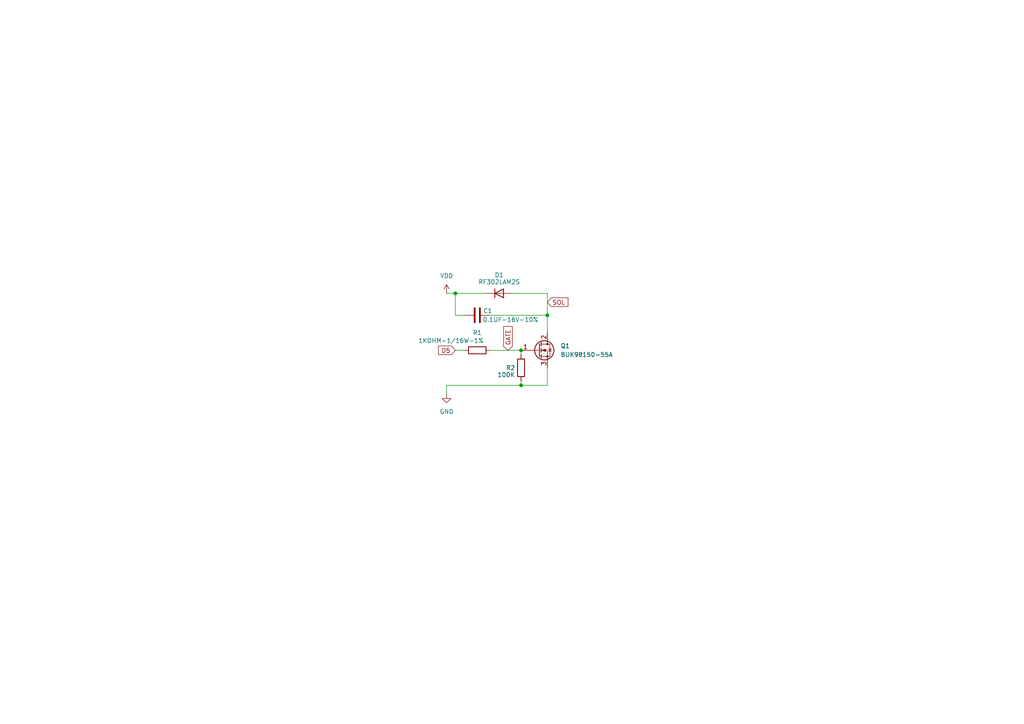
<source format=kicad_sch>
(kicad_sch (version 20231120) (generator "eeschema") (generator_version "8.0")
  (paper "A4")
  (lib_symbols
    (symbol "Device:C" (pin_numbers hide) (pin_names (offset 0.254))
      (property "Reference" "C" (at 0.635 2.54 0))
      (property "Value" "C" (at 0.635 -2.54 0))
      (symbol "C_0_1"
        (polyline (pts (xy -2.032 -0.762) (xy 2.032 -0.762)) (stroke (width 0.508)))
        (polyline (pts (xy -2.032 0.762) (xy 2.032 0.762)) (stroke (width 0.508)))
      )
      (symbol "C_1_1"
        (pin passive line (at 0 3.81 270) (length 2.794) (name "~") (number "1"))
        (pin passive line (at 0 -3.81 90) (length 2.794) (name "~") (number "2"))
      )
    )
    (symbol "Device:D" (pin_numbers hide) (pin_names (offset 1.016) hide)
      (property "Reference" "D" (at 0 2.54 0))
      (property "Value" "D" (at 0 -2.54 0))
      (symbol "D_0_1"
        (polyline (pts (xy -1.27 1.27) (xy -1.27 -1.27)) (stroke (width 0.254)))
        (polyline (pts (xy 1.27 0) (xy -1.27 0)))
        (polyline (pts (xy 1.27 1.27) (xy 1.27 -1.27) (xy -1.27 0) (xy 1.27 1.27)) (stroke (width 0.254)))
      )
      (symbol "D_1_1"
        (pin passive line (at -3.81 0 0) (length 2.54) (name "K") (number "1"))
        (pin passive line (at 3.81 0 180) (length 2.54) (name "A") (number "2"))
      )
    )
    (symbol "Device:Q_NMOS_GDS" (pin_names (offset 0) hide)
      (property "Reference" "Q" (at 5.08 1.27 0))
      (property "Value" "Q_NMOS_GDS" (at 5.08 -1.27 0))
      (symbol "Q_NMOS_GDS_0_1"
        (polyline (pts (xy 0.254 0) (xy -2.54 0)))
        (polyline (pts (xy 0.254 1.905) (xy 0.254 -1.905)) (stroke (width 0.254)))
        (polyline (pts (xy 0.762 -1.27) (xy 0.762 -2.286)) (stroke (width 0.254)))
        (polyline (pts (xy 0.762 0.508) (xy 0.762 -0.508)) (stroke (width 0.254)))
        (polyline (pts (xy 0.762 2.286) (xy 0.762 1.27)) (stroke (width 0.254)))
        (polyline (pts (xy 2.54 2.54) (xy 2.54 1.778)))
        (polyline (pts (xy 2.54 -2.54) (xy 2.54 0) (xy 0.762 0)))
        (polyline (pts (xy 0.762 -1.778) (xy 3.302 -1.778) (xy 3.302 1.778) (xy 0.762 1.778)))
        (polyline (pts (xy 1.016 0) (xy 2.032 0.381) (xy 2.032 -0.381) (xy 1.016 0)) (fill (type outline)))
        (polyline (pts (xy 2.794 0.508) (xy 2.921 0.381) (xy 3.683 0.381) (xy 3.81 0.254)))
        (polyline (pts (xy 3.302 0.381) (xy 2.921 -0.254) (xy 3.683 -0.254) (xy 3.302 0.381)))
        (circle (center 1.651 0) (radius 2.794) (stroke (width 0.254)))
        (circle (center 2.54 -1.778) (radius 0.254) (fill (type outline)))
        (circle (center 2.54 1.778) (radius 0.254) (fill (type outline)))
      )
      (symbol "Q_NMOS_GDS_1_1"
        (pin input line (at -5.08 0 0) (length 2.54) (name "G") (number "1"))
        (pin passive line (at 2.54 5.08 270) (length 2.54) (name "D") (number "2"))
        (pin passive line (at 2.54 -5.08 90) (length 2.54) (name "S") (number "3"))
      )
    )
    (symbol "Device:R" (pin_numbers hide) (pin_names (offset 0))
      (property "Reference" "R" (at 2.032 0 90))
      (property "Value" "R" (at 0 0 90))
      (symbol "R_0_1"
        (rectangle (start -1.016 -2.54) (end 1.016 2.54) (stroke (width 0.254)))
      )
      (symbol "R_1_1"
        (pin passive line (at 0 3.81 270) (length 1.27) (name "~") (number "1"))
        (pin passive line (at 0 -3.81 90) (length 1.27) (name "~") (number "2"))
      )
    )
    (symbol "power:GND" (power) (pin_numbers hide) (pin_names (offset 0) hide)
      (property "Value" "GND" (at 0 -3.81 0))
      (symbol "GND_0_1"
        (polyline (pts (xy 0 0) (xy 0 -1.27) (xy 1.27 -1.27) (xy 0 -2.54) (xy -1.27 -1.27) (xy 0 -1.27)))
      )
      (symbol "GND_1_1"
        (pin power_in line (at 0 0 270) (length 0) (name "~") (number "1"))
      )
    )
    (symbol "power:VDD" (power) (pin_numbers hide) (pin_names (offset 0) hide)
      (property "Value" "VDD" (at 0 3.556 0))
      (symbol "VDD_0_1"
        (polyline (pts (xy -0.762 1.27) (xy 0 2.54)))
        (polyline (pts (xy 0 0) (xy 0 2.54)))
        (polyline (pts (xy 0 2.54) (xy 0.762 1.27)))
      )
      (symbol "VDD_1_1"
        (pin power_in line (at 0 0 90) (length 0) (name "~") (number "1"))
      )
    )
  )
  (junction (at 158.75 91.44))
  (junction (at 151.13 101.6))
  (junction (at 132.08 85.09))
  (junction (at 151.13 111.76))
  (wire (pts (xy 132.08 101.6) (xy 134.62 101.6)))
  (wire (pts (xy 129.54 111.76) (xy 151.13 111.76)))
  (wire (pts (xy 151.13 101.6) (xy 151.13 102.87)))
  (wire (pts (xy 132.08 91.44) (xy 134.62 91.44)))
  (wire (pts (xy 158.75 106.68) (xy 158.75 111.76)))
  (wire (pts (xy 132.08 85.09) (xy 140.97 85.09)))
  (wire (pts (xy 148.59 85.09) (xy 158.75 85.09)))
  (wire (pts (xy 132.08 85.09) (xy 132.08 91.44)))
  (wire (pts (xy 158.75 85.09) (xy 158.75 91.44)))
  (wire (pts (xy 129.54 114.3) (xy 129.54 111.76)))
  (wire (pts (xy 158.75 91.44) (xy 158.75 96.52)))
  (wire (pts (xy 142.24 101.6) (xy 151.13 101.6)))
  (wire (pts (xy 142.24 91.44) (xy 158.75 91.44)))
  (wire (pts (xy 129.54 85.09) (xy 132.08 85.09)))
  (wire (pts (xy 151.13 111.76) (xy 158.75 111.76)))
  (wire (pts (xy 151.13 110.49) (xy 151.13 111.76)))
  (global_label "SOL" (shape input) (at 158.75 87.63 0) (property "Intersheetrefs" "${INTERSHEET_REFS}" (effects (hide yes))))
  (global_label "GATE" (shape input) (at 147.32 101.6 90) (property "Intersheetrefs" "${INTERSHEET_REFS}" (effects (hide yes))))
  (global_label "D5" (shape input) (at 132.08 101.6 180) (property "Intersheetrefs" "${INTERSHEET_REFS}" (effects (hide yes))))
  (symbol (lib_id "Device:R") (at 138.43 101.6 90) (unit 1)
    (property "Reference" "R1" (at 138.43 96.52 90))
    (property "Value" "1KOHM-1/16W-1%" (at 130.81 98.806 90))
    (property "Footprint" "Resistor_SMD:R_0603_1608Metric_Pad0.98x0.95mm_HandSolder" (effects (hide yes)))
  )
  (symbol (lib_id "Device:Q_NMOS_GDS") (at 156.21 101.6 0) (unit 1)
    (property "Reference" "Q1" (at 162.56 100.3299 0) (effects (justify left)))
    (property "Value" "BUK98150-55A" (at 162.56 102.8699 0) (effects (justify left)))
    (property "Footprint" "Package_TO_SOT_SMD:SOT-223-3_TabPin2" (effects (hide yes)))
    (property "Description" "N-MOSFET transistor, gate/drain/source" (effects (hide yes)))
  )
  (symbol (lib_id "Device:C") (at 138.43 91.44 270) (mirror x) (unit 1)
    (property "Reference" "C1" (at 141.478 90.17 90))
    (property "Value" "0.1UF-16V-10%" (at 148.082 92.71 90))
    (property "Footprint" "Capacitor_SMD:C_0603_1608Metric_Pad1.08x0.95mm_HandSolder" (effects (hide yes)))
  )
  (symbol (lib_id "Device:D") (at 144.78 85.09 0) (mirror x) (unit 1)
    (property "Reference" "D1" (at 144.78 79.756 0))
    (property "Value" "RF302LAM2S" (at 144.78 81.788 0))
    (property "Footprint" "Diode_SMD:D_SOD-128" (effects (hide yes)))
    (property "Description" "Diode" (effects (hide yes)))
    (property "Sim.Device" "D" (effects (hide yes)))
    (property "Sim.Pins" "1=K 2=A" (effects (hide yes)))
  )
  (symbol (lib_id "Device:R") (at 151.13 106.68 180) (unit 1)
    (property "Reference" "R2" (at 148.082 106.68 0))
    (property "Value" "100K" (at 146.812 108.712 0))
    (property "Footprint" "Resistor_SMD:R_0603_1608Metric_Pad0.98x0.95mm_HandSolder" (effects (hide yes)))
  )
  (symbol (lib_id "power:VDD") (at 129.54 85.09 0) (unit 1)
    (property "Reference" "#PWR01" (effects (hide yes)))
    (property "Value" "VDD" (at 129.54 80.01 0))
    (property "Description" "Power symbol creates a global label with name \"VDD\"" (effects (hide yes)))
  )
  (symbol (lib_id "power:GND") (at 129.54 114.3 0) (unit 1)
    (property "Reference" "#PWR02" (effects (hide yes)))
    (property "Value" "GND" (at 129.54 119.38 0))
    (property "Description" "Power symbol creates a global label with name \"GND\" , ground" (effects (hide yes)))
  )
)
</source>
